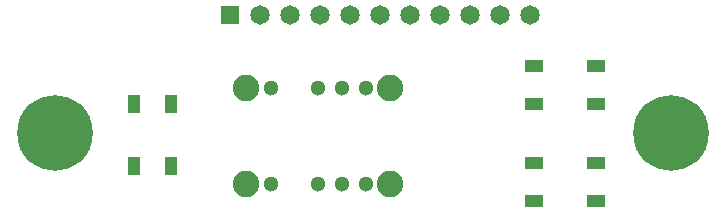
<source format=gbr>
G04 #@! TF.GenerationSoftware,KiCad,Pcbnew,(5.1.10)-1*
G04 #@! TF.CreationDate,2021-10-20T16:58:38-04:00*
G04 #@! TF.ProjectId,buttons,62757474-6f6e-4732-9e6b-696361645f70,rev?*
G04 #@! TF.SameCoordinates,Original*
G04 #@! TF.FileFunction,Soldermask,Top*
G04 #@! TF.FilePolarity,Negative*
%FSLAX46Y46*%
G04 Gerber Fmt 4.6, Leading zero omitted, Abs format (unit mm)*
G04 Created by KiCad (PCBNEW (5.1.10)-1) date 2021-10-20 16:58:38*
%MOMM*%
%LPD*%
G01*
G04 APERTURE LIST*
%ADD10R,1.550000X1.000000*%
%ADD11R,1.000000X1.550000*%
%ADD12C,2.250000*%
%ADD13C,1.300000*%
%ADD14C,1.650000*%
%ADD15R,1.650000X1.650000*%
%ADD16C,6.400000*%
G04 APERTURE END LIST*
D10*
X140864500Y-63106500D03*
X140864500Y-66306500D03*
X135614500Y-66306500D03*
X135614500Y-63106500D03*
X140864500Y-71298000D03*
X140864500Y-74498000D03*
X135614500Y-74498000D03*
X135614500Y-71298000D03*
D11*
X101714500Y-66272500D03*
X104914500Y-66272500D03*
X104914500Y-71522500D03*
X101714500Y-71522500D03*
D12*
X123448000Y-64897000D03*
X111248000Y-64897000D03*
D13*
X121348000Y-64897000D03*
X119348000Y-64897000D03*
X117348000Y-64897000D03*
X113348000Y-64897000D03*
D12*
X123448000Y-73088500D03*
X111248000Y-73088500D03*
D13*
X121348000Y-73088500D03*
X119348000Y-73088500D03*
X117348000Y-73088500D03*
X113348000Y-73088500D03*
D14*
X135255000Y-58737500D03*
X132715000Y-58737500D03*
X130175000Y-58737500D03*
X127635000Y-58737500D03*
X125095000Y-58737500D03*
X122555000Y-58737500D03*
X120015000Y-58737500D03*
X117475000Y-58737500D03*
X114935000Y-58737500D03*
X112395000Y-58737500D03*
D15*
X109855000Y-58737500D03*
D16*
X95059500Y-68707000D03*
X147193000Y-68707000D03*
M02*

</source>
